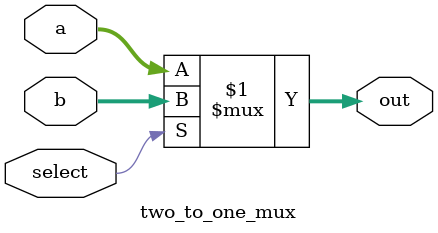
<source format=v>
module two_to_one_mux (
    out,
    select, a, b
);
    parameter k = 16;

    output [k-1:0] out;
    input select;
    input [k-1:0] a, b;

    assign out = select ? b : a;

endmodule

</source>
